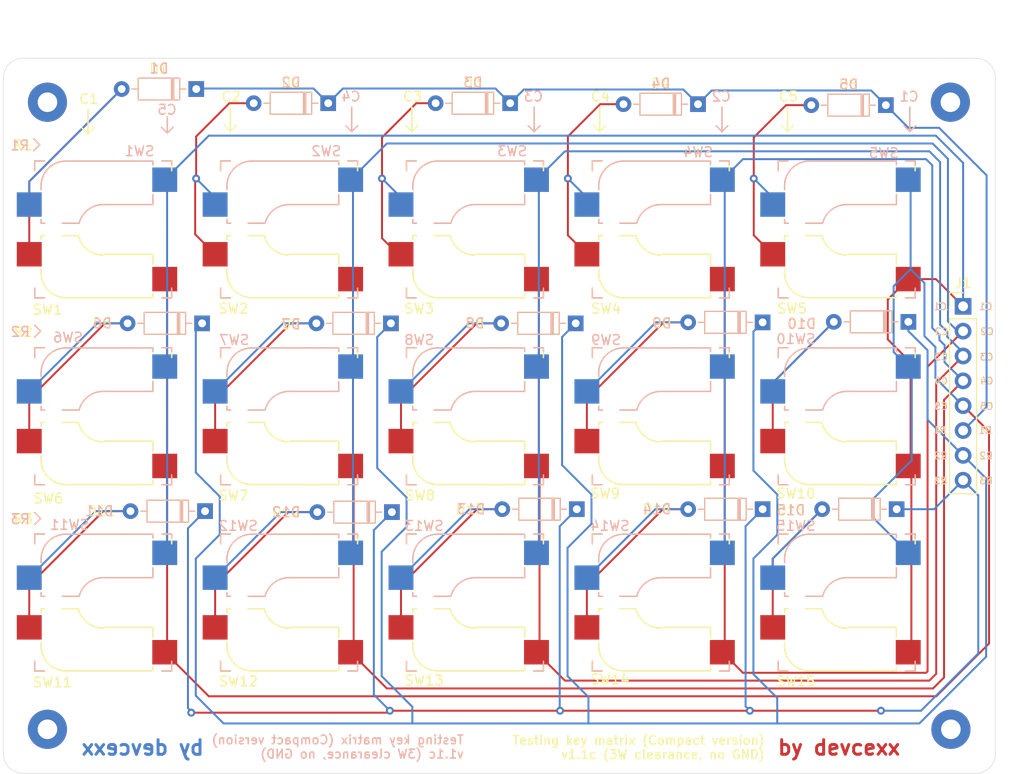
<source format=kicad_pcb>
(kicad_pcb (version 20241229) (generator "pcbnew") (generator_version "9.0")
  (layers (0 "F.Cu" signal) (2 "B.Cu" signal) (13 "F.Paste" user) (15 "B.Paste" user) (5 "F.SilkS" user "F.Silkscreen") (7 "B.SilkS" user "B.Silkscreen") (1 "F.Mask" user) (3 "B.Mask" user) (25 "Edge.Cuts" user))
  (net 0 "")
  (net 1 "Net-(D1-A)")
  (net 2 "row1")
  (net 3 "Net-(D2-A)")
  (net 4 "Net-(D3-A)")
  (net 5 "Net-(D4-A)")
  (net 6 "Net-(D5-A)")
  (net 7 "row2")
  (net 8 "Net-(D6-A)")
  (net 9 "Net-(D7-A)")
  (net 10 "Net-(D8-A)")
  (net 11 "Net-(D9-A)")
  (net 12 "Net-(D10-A)")
  (net 13 "Net-(D11-A)")
  (net 14 "row3")
  (net 15 "Net-(D12-A)")
  (net 16 "Net-(D13-A)")
  (net 17 "Net-(D14-A)")
  (net 18 "Net-(D15-A)")
  (net 19 "col3")
  (net 20 "col5")
  (net 21 "col1")
  (net 22 "col2")
  (net 23 "col4")
  (footprint "TestingSplitKb:D_DO-35_SOD27_P7.62mm_Horizontal_BothSides" (layer "F.Cu") (at 170 37.3 180)
    (property "Reference" "D5")
    (property "Value" "1N4148")
  )
  (footprint "" (layer "F.Cu") (at 84.3 101.1 90)
    (property "Reference" "")
    (property "Value" "")
  )
  (footprint "TestingSplitKb:Kailh_socket_MX_reversible" (layer "F.Cu") (at 90 88.14)
    (property "Reference" "SW11")
    (property "Value" "SW_Push_Dual")
  )
  (footprint "TestingSplitKb:Kailh_socket_MX_reversible" (layer "F.Cu") (at 166 88.14)
    (property "Reference" "SW15")
    (property "Value" "SW_Push_Dual")
  )
  (footprint "TestingSplitKb:Kailh_socket_MX_reversible" (layer "F.Cu") (at 90 50)
    (property "Reference" "SW1")
    (property "Value" "SW_Push_Dual")
  )
  (footprint "TestingSplitKb:Kailh_socket_MX_reversible" (layer "F.Cu") (at 166 50)
    (property "Reference" "SW5")
    (property "Value" "SW_Push_Dual")
  )
  (footprint "TestingSplitKb:Kailh_socket_MX_reversible" (layer "F.Cu") (at 109 50)
    (property "Reference" "SW2")
    (property "Value" "SW_Push_Dual")
  )
  (footprint "TestingSplitKb:D_DO-35_SOD27_P7.62mm_Horizontal_BothSides" (layer "F.Cu") (at 100.11 59.6 180)
    (property "Reference" "D6")
    (property "Value" "1N4148")
  )
  (footprint "TestingSplitKb:D_DO-35_SOD27_P7.62mm_Horizontal_BothSides" (layer "F.Cu") (at 119.41 59.6 180)
    (property "Reference" "D7")
    (property "Value" "1N4148")
  )
  (footprint "TestingSplitKb:D_DO-35_SOD27_P7.62mm_Horizontal_BothSides" (layer "F.Cu") (at 157.41 78.6 180)
    (property "Reference" "D14")
    (property "Value" "1N4148")
  )
  (footprint "TestingSplitKb:Kailh_socket_MX_reversible" (layer "F.Cu") (at 147 69.1)
    (property "Reference" "SW9")
    (property "Value" "SW_Push_Dual")
  )
  (footprint "TestingSplitKb:Kailh_socket_MX_reversible" (layer "F.Cu") (at 147 88.14)
    (property "Reference" "SW14")
    (property "Value" "SW_Push_Dual")
  )
  (footprint "TestingSplitKb:D_DO-35_SOD27_P7.62mm_Horizontal_BothSides" (layer "F.Cu") (at 150.8 37.2 180)
    (property "Reference" "D4")
    (property "Value" "1N4148")
  )
  (footprint "TestingSplitKb:D_DO-35_SOD27_P7.62mm_Horizontal_BothSides" (layer "F.Cu") (at 138.3 59.6 180)
    (property "Reference" "D8")
    (property "Value" "1N4148")
  )
  (footprint "TestingSplitKb:Kailh_socket_MX_reversible" (layer "F.Cu") (at 147 50)
    (property "Reference" "SW4")
    (property "Value" "SW_Push_Dual")
  )
  (footprint "TestingSplitKb:Kailh_socket_MX_reversible" (layer "F.Cu") (at 90 69.1)
    (property "Reference" "SW6")
    (property "Value" "SW_Push_Dual")
  )
  (footprint "TestingSplitKb:D_DO-35_SOD27_P7.62mm_Horizontal_BothSides" (layer "F.Cu") (at 157.41 59.5 180)
    (property "Reference" "D9")
    (property "Value" "1N4148")
  )
  (footprint "TestingSplitKb:Kailh_socket_MX_reversible" (layer "F.Cu") (at 128 69.1)
    (property "Reference" "SW8")
    (property "Value" "SW_Push_Dual")
  )
  (footprint "TestingSplitKb:Kailh_socket_MX_reversible" (layer "F.Cu") (at 109 69.1)
    (property "Reference" "SW7")
    (property "Value" "SW_Push_Dual")
  )
  (footprint "" (layer "F.Cu") (at 176.6 37)
    (property "Reference" "")
    (property "Value" "")
  )
  (footprint "TestingSplitKb:Kailh_socket_MX_reversible" (layer "F.Cu") (at 166 69.1)
    (property "Reference" "SW10")
    (property "Value" "SW_Push_Dual")
  )
  (footprint "" (layer "F.Cu") (at 176.65 101.1 180)
    (property "Reference" "")
    (property "Value" "")
  )
  (footprint "TestingSplitKb:D_DO-35_SOD27_P7.62mm_Horizontal_BothSides" (layer "F.Cu") (at 131.6 37.1 180)
    (property "Reference" "D3")
    (property "Value" "1N4148")
  )
  (footprint "TestingSplitKb:D_DO-35_SOD27_P7.62mm_Horizontal_BothSides" (layer "F.Cu") (at 119.51 78.9 180)
    (property "Reference" "D12")
    (property "Value" "1N4148")
  )
  (footprint "" (layer "F.Cu") (at 84.3 37 90)
    (property "Reference" "")
    (property "Value" "")
  )
  (footprint "Connector_PinHeader_2.54mm:PinHeader_1x08_P2.54mm_Vertical" (layer "F.Cu") (at 177.9 57.86)
    (property "Reference" "J1")
    (property "Value" "Conn_01x08_Pin")
  )
  (footprint "TestingSplitKb:Kailh_socket_MX_reversible" (layer "F.Cu") (at 128 88.14)
    (property "Reference" "SW13")
    (property "Value" "SW_Push_Dual")
  )
  (footprint "TestingSplitKb:D_DO-35_SOD27_P7.62mm_Horizontal_BothSides" (layer "F.Cu") (at 100.41 78.8 180)
    (property "Reference" "D11")
    (property "Value" "1N4148")
  )
  (footprint "TestingSplitKb:D_DO-35_SOD27_P7.62mm_Horizontal_BothSides" (layer "F.Cu") (at 99.51 35.65 180)
    (property "Reference" "D1")
    (property "Value" "1N4148")
  )
  (footprint "TestingSplitKb:D_DO-35_SOD27_P7.62mm_Horizontal_BothSides" (layer "F.Cu") (at 171.11 78.6 180)
    (property "Reference" "D15")
    (property "Value" "1N4148")
  )
  (footprint "TestingSplitKb:Kailh_socket_MX_reversible" (layer "F.Cu") (at 109 88.14)
    (property "Reference" "SW12")
    (property "Value" "SW_Push_Dual")
  )
  (footprint "TestingSplitKb:D_DO-35_SOD27_P7.62mm_Horizontal_BothSides" (layer "F.Cu") (at 138.41 78.6 180)
    (property "Reference" "D13")
    (property "Value" "1N4148")
  )
  (footprint "TestingSplitKb:D_DO-35_SOD27_P7.62mm_Horizontal_BothSides" (layer "F.Cu") (at 113 37.1 180)
    (property "Reference" "D2")
    (property "Value" "1N4148")
  )
  (footprint "TestingSplitKb:D_DO-35_SOD27_P7.62mm_Horizontal_BothSides" (layer "F.Cu") (at 172.3 59.45 180)
    (property "Reference" "D10")
    (property "Value" "1N4148")
  )
  (footprint "TestingSplitKb:Kailh_socket_MX_reversible" (layer "F.Cu") (at 128 50)
    (property "Reference" "SW3")
    (property "Value" "SW_Push_Dual")
  )
  (gr_line (start 140.75 37.5) (end 140.75 40) (stroke (width 0.15)) (layer "F.SilkS"))
  (gr_line (start 88.45 37.75) (end 88.45 40.25) (stroke (width 0.15)) (layer "F.SilkS"))
  (gr_line (start 140.75 40) (end 141.35 39.4) (stroke (width 0.15)) (layer "F.SilkS"))
  (gr_line (start 140.75 40) (end 140.15 39.4) (stroke (width 0.15)) (layer "F.SilkS"))
  (gr_line (start 120.95 39.4) (end 121.55 40) (stroke (width 0.15)) (layer "F.SilkS"))
  (gr_line (start 82.9 41.95) (end 83.5 41.35) (stroke (width 0.15)) (layer "F.SilkS"))
  (gr_line (start 83 80.15) (end 83.6 79.55) (stroke (width 0.15)) (layer "F.SilkS"))
  (gr_line (start 82.9 41.95) (end 83.5 41.35) (stroke (width 0.15)) (layer "F.SilkS"))
  (gr_line (start 83.5 41.35) (end 82.9 41.95) (stroke (width 0.15)) (layer "F.SilkS"))
  (gr_line (start 83 61) (end 83.6 60.4) (stroke (width 0.15)) (layer "F.SilkS"))
  (gr_line (start 121.55 40) (end 122.15 39.4) (stroke (width 0.15)) (layer "F.SilkS"))
  (gr_line (start 88.45 40.25) (end 89.05 39.65) (stroke (width 0.15)) (layer "F.SilkS"))
  (gr_line (start 83.6 79.55) (end 83 80.15) (stroke (width 0.15)) (layer "F.SilkS"))
  (gr_line (start 83.6 79.55) (end 83 78.95) (stroke (width 0.15)) (layer "F.SilkS"))
  (gr_line (start 83.5 41.35) (end 82.9 40.75) (stroke (width 0.15)) (layer "F.SilkS"))
  (gr_line (start 83.5 41.35) (end 82.9 41.95) (stroke (width 0.15)) (layer "F.SilkS"))
  (gr_line (start 83.6 60.4) (end 83 59.8) (stroke (width 0.15)) (layer "F.SilkS"))
  (gr_line (start 83.6 60.4) (end 83 61) (stroke (width 0.15)) (layer "F.SilkS"))
  (gr_line (start 87.85 39.65) (end 88.45 40.25) (stroke (width 0.15)) (layer "F.SilkS"))
  (gr_line (start 83.6 60.4) (end 83 61) (stroke (width 0.15)) (layer "F.SilkS"))
  (gr_line (start 83.5 41.35) (end 82.9 41.95) (stroke (width 0.15)) (layer "F.SilkS"))
  (gr_line (start 159.35 39.4) (end 159.95 40) (stroke (width 0.15)) (layer "F.SilkS"))
  (gr_line (start 103 40) (end 103.6 39.4) (stroke (width 0.15)) (layer "F.SilkS"))
  (gr_line (start 83.6 79.55) (end 83 80.15) (stroke (width 0.15)) (layer "F.SilkS"))
  (gr_line (start 159.95 40) (end 160.55 39.4) (stroke (width 0.15)) (layer "F.SilkS"))
  (gr_line (start 102.4 39.4) (end 103 40) (stroke (width 0.15)) (layer "F.SilkS"))
  (gr_line (start 159.95 37.5) (end 159.95 40) (stroke (width 0.15)) (layer "F.SilkS"))
  (gr_line (start 103 37.5) (end 103 40) (stroke (width 0.15)) (layer "F.SilkS"))
  (gr_line (start 121.55 37.5) (end 121.55 40) (stroke (width 0.15)) (layer "F.SilkS"))
  (gr_line (start 172.45 37.5) (end 172.45 40) (stroke (width 0.15)) (layer "B.SilkS"))
  (gr_line (start 115.4 40) (end 116 39.4) (stroke (width 0.15)) (layer "B.SilkS"))
  (gr_line (start 152.65 39.4) (end 153.25 40) (stroke (width 0.15)) (layer "B.SilkS"))
  (gr_line (start 114.8 39.4) (end 115.4 40) (stroke (width 0.15)) (layer "B.SilkS"))
  (gr_line (start 83.6 60.4) (end 83 61) (stroke (width 0.15)) (layer "B.SilkS"))
  (gr_line (start 115.4 37.5) (end 115.4 40) (stroke (width 0.15)) (layer "B.SilkS"))
  (gr_line (start 83.6 60.4) (end 83 59.8) (stroke (width 0.15)) (layer "B.SilkS"))
  (gr_line (start 83.6 79.55) (end 83 78.95) (stroke (width 0.15)) (layer "B.SilkS"))
  (gr_line (start 153.25 37.5) (end 153.25 40) (stroke (width 0.15)) (layer "B.SilkS"))
  (gr_line (start 134.05 37.5) (end 134.05 40) (stroke (width 0.15)) (layer "B.SilkS"))
  (gr_line (start 96.55 40.15) (end 97.15 39.55) (stroke (width 0.15)) (layer "B.SilkS"))
  (gr_line (start 83.5 41.35) (end 82.9 40.75) (stroke (width 0.15)) (layer "B.SilkS"))
  (gr_line (start 96.55 38.5) (end 96.55 40.1) (stroke (width 0.15)) (layer "B.SilkS"))
  (gr_line (start 95.95 39.55) (end 96.55 40.15) (stroke (width 0.15)) (layer "B.SilkS"))
  (gr_line (start 172.45 40) (end 173.05 39.4) (stroke (width 0.15)) (layer "B.SilkS"))
  (gr_line (start 83.6 79.55) (end 83 80.15) (stroke (width 0.15)) (layer "B.SilkS"))
  (gr_line (start 83.5 41.35) (end 82.9 41.95) (stroke (width 0.15)) (layer "B.SilkS"))
  (gr_line (start 133.45 39.4) (end 134.05 40) (stroke (width 0.15)) (layer "B.SilkS"))
  (gr_line (start 171.85 39.4) (end 172.45 40) (stroke (width 0.15)) (layer "B.SilkS"))
  (gr_line (start 153.25 40) (end 153.85 39.4) (stroke (width 0.15)) (layer "B.SilkS"))
  (gr_line (start 134.05 40) (end 134.65 39.4) (stroke (width 0.15)) (layer "B.SilkS"))
  (gr_line (start 79.8 34.5) (end 79.800001 103.6) (stroke (width 0.05)) (layer "Edge.Cuts"))
  (gr_arc (start 79.8 34.5) (mid 80.385786 33.085786) (end 81.8 32.5) (stroke (width 0.05)) (layer "Edge.Cuts"))
  (gr_line (start 175.5 32.5) (end 179.2 32.5) (stroke (width 0.05)) (layer "Edge.Cuts"))
  (gr_arc (start 81.8 105.6) (mid 80.385787 105.014214) (end 79.800001 103.600001) (stroke (width 0.05)) (layer "Edge.Cuts"))
  (gr_line (start 81.8 32.5) (end 175.5 32.5) (stroke (width 0.05)) (layer "Edge.Cuts"))
  (gr_line (start 181.2 34.5) (end 181.2 103.6) (stroke (width 0.05)) (layer "Edge.Cuts"))
  (gr_arc (start 181.2 103.6) (mid 180.614214 105.014214) (end 179.2 105.6) (stroke (width 0.05)) (layer "Edge.Cuts"))
  (gr_line (start 81.8 105.6) (end 179.2 105.6) (stroke (width 0.05)) (layer "Edge.Cuts"))
  (gr_arc (start 179.2 32.5) (mid 180.614214 33.085786) (end 181.200001 34.499999) (stroke (width 0.05)) (layer "Edge.Cuts"))
  (gr_text "by devcexx" (at 158.8 103.85 0) (layer "F.Cu") (effects (font (size 1.5 1.5) (thickness 0.3) (bold yes)) (justify left bottom)))
  (gr_text "by devcexx" (at 100.45 102.1 0) (layer "B.Cu") (effects (font (size 1.5 1.5) (thickness 0.3) (bold yes)) (justify left top mirror)))
  (gr_text "C2" (at 179.6 60.85 0) (layer "F.SilkS") (effects (font (size 0.7 0.7) (thickness 0.1)) (justify left bottom)))
  (gr_text "C1" (at 87.45 37.25 0) (layer "F.SilkS") (effects (font (size 1 1)) (justify left bottom)))
  (gr_text "R2" (at 80.75 61.05 0) (layer "F.SilkS") (effects (font (size 1 1)) (justify left bottom)))
  (gr_text "R3" (at 80.75 80.2 0) (layer "F.SilkS") (effects (font (size 1 1)) (justify left bottom)))
  (gr_text "Testing key matrix (Compact version)\nv1.1c (3W clearance, no GND)" (at 157.7 104.2 0) (layer "F.SilkS") (effects (font (size 0.9 0.9)) (justify right bottom)))
  (gr_text "C2" (at 174.95 60.85 0) (layer "F.SilkS") (effects (font (size 0.7 0.7) (thickness 0.1)) (justify left bottom)))
  (gr_text "C5" (at 179.55 68.5 0) (layer "F.SilkS") (effects (font (size 0.7 0.7) (thickness 0.1)) (justify left bottom)))
  (gr_text "R1" (at 80.7 42 0) (layer "F.SilkS") (effects (font (size 1 1)) (justify left bottom)))
  (gr_text "R2" (at 174.85 73.55 0) (layer "F.SilkS") (effects (font (size 0.7 0.7) (thickness 0.1)) (justify left bottom)))
  (gr_text "R3" (at 174.85 76.1 0) (layer "F.SilkS") (effects (font (size 0.7 0.7) (thickness 0.1)) (justify left bottom)))
  (gr_text "C3" (at 120.55 37 0) (layer "F.SilkS") (effects (font (size 1 1)) (justify left bottom)))
  (gr_text "R1" (at 179.6 70.95 0) (layer "F.SilkS") (effects (font (size 0.7 0.7) (thickness 0.1)) (justify left bottom)))
  (gr_text "C1" (at 175 58.3 0) (layer "F.SilkS") (effects (font (size 0.7 0.7) (thickness 0.1)) (justify left bottom)))
  (gr_text "C5" (at 158.95 37 0) (layer "F.SilkS") (effects (font (size 1 1)) (justify left bottom)))
  (gr_text "C3" (at 179.55 63.45 0) (layer "F.SilkS") (effects (font (size 0.7 0.7) (thickness 0.1)) (justify left bottom)))
  (gr_text "C1" (at 179.65 58.3 0) (layer "F.SilkS") (effects (font (size 0.7 0.7) (thickness 0.1)) (justify left bottom)))
  (gr_text "C3" (at 174.9 63.45 0) (layer "F.SilkS") (effects (font (size 0.7 0.7) (thickness 0.1)) (justify left bottom)))
  (gr_text "C4" (at 174.9 65.9 0) (layer "F.SilkS") (effects (font (size 0.7 0.7) (thickness 0.1)) (justify left bottom)))
  (gr_text "R3" (at 179.5 76.1 0) (layer "F.SilkS") (effects (font (size 0.7 0.7) (thickness 0.1)) (justify left bottom)))
  (gr_text "R2" (at 179.5 73.55 0) (layer "F.SilkS") (effects (font (size 0.7 0.7) (thickness 0.1)) (justify left bottom)))
  (gr_text "R1" (at 174.95 70.95 0) (layer "F.SilkS") (effects (font (size 0.7 0.7) (thickness 0.1)) (justify left bottom)))
  (gr_text "C5" (at 174.9 68.5 0) (layer "F.SilkS") (effects (font (size 0.7 0.7) (thickness 0.1)) (justify left bottom)))
  (gr_text "C4" (at 179.55 65.9 0) (layer "F.SilkS") (effects (font (size 0.7 0.7) (thickness 0.1)) (justify left bottom)))
  (gr_text "C4" (at 139.75 37 0) (layer "F.SilkS") (effects (font (size 1 1)) (justify left bottom)))
  (gr_text "C2" (at 102 37 0) (layer "F.SilkS") (effects (font (size 1 1)) (justify left bottom)))
  (gr_text "R1" (at 82.55 42 0) (layer "B.SilkS") (effects (font (size 1 1)) (justify left bottom mirror)))
  (gr_text "C1" (at 173.45 37 0) (layer "B.SilkS") (effects (font (size 1 1)) (justify left bottom mirror)))
  (gr_text "R3" (at 181 76.1 0) (layer "B.SilkS") (effects (font (size 0.7 0.7) (thickness 0.1)) (justify left bottom mirror)))
  (gr_text "C4" (at 181.05 65.9 0) (layer "B.SilkS") (effects (font (size 0.7 0.7) (thickness 0.1)) (justify left bottom mirror)))
  (gr_text "R2" (at 82.6 61.05 0) (layer "B.SilkS") (effects (font (size 1 1)) (justify left bottom mirror)))
  (gr_text "C5" (at 176.4 68.5 0) (layer "B.SilkS") (effects (font (size 0.7 0.7) (thickness 0.1)) (justify left bottom mirror)))
  (gr_text "R3" (at 176.35 76.1 0) (layer "B.SilkS") (effects (font (size 0.7 0.7) (thickness 0.1)) (justify left bottom mirror)))
  (gr_text "C3" (at 181.05 63.45 0) (layer "B.SilkS") (effects (font (size 0.7 0.7) (thickness 0.1)) (justify left bottom mirror)))
  (gr_text "R1" (at 180.9 70.95 0) (layer "B.SilkS") (effects (font (size 0.7 0.7) (thickness 0.1)) (justify left bottom mirror)))
  (gr_text "C1" (at 180.95 58.3 0) (layer "B.SilkS") (effects (font (size 0.7 0.7) (thickness 0.1)) (justify left bottom mirror)))
  (gr_text "C4" (at 176.4 65.9 0) (layer "B.SilkS") (effects (font (size 0.7 0.7) (thickness 0.1)) (justify left bottom mirror)))
  (gr_text "C5" (at 181.05 68.5 0) (layer "B.SilkS") (effects (font (size 0.7 0.7) (thickness 0.1)) (justify left bottom mirror)))
  (gr_text "C4" (at 116.4 37 0) (layer "B.SilkS") (effects (font (size 1 1)) (justify left bottom mirror)))
  (gr_text "Testing key matrix (Compact version)\nv1.1c (3W clearance, no GND)" (at 126.95 104.15 0) (layer "B.SilkS") (effects (font (size 0.9 0.9)) (justify left bottom mirror)))
  (gr_text "R1" (at 176.25 70.95 0) (layer "B.SilkS") (effects (font (size 0.7 0.7) (thickness 0.1)) (justify left bottom mirror)))
  (gr_text "R2" (at 176.35 73.55 0) (layer "B.SilkS") (effects (font (size 0.7 0.7) (thickness 0.1)) (justify left bottom mirror)))
  (gr_text "C3" (at 135.05 37 0) (layer "B.SilkS") (effects (font (size 1 1)) (justify left bottom mirror)))
  (gr_text "C3" (at 176.4 63.45 0) (layer "B.SilkS") (effects (font (size 0.7 0.7) (thickness 0.1)) (justify left bottom mirror)))
  (gr_text "C2" (at 154.25 37 0) (layer "B.SilkS") (effects (font (size 1 1)) (justify left bottom mirror)))
  (gr_text "R2" (at 181 73.55 0) (layer "B.SilkS") (effects (font (size 0.7 0.7) (thickness 0.1)) (justify left bottom mirror)))
  (gr_text "C1" (at 176.3 58.3 0) (layer "B.SilkS") (effects (font (size 0.7 0.7) (thickness 0.1)) (justify left bottom mirror)))
  (gr_text "C2" (at 181.1 60.85 0) (layer "B.SilkS") (effects (font (size 0.7 0.7) (thickness 0.1)) (justify left bottom mirror)))
  (gr_text "C2" (at 176.45 60.85 0) (layer "B.SilkS") (effects (font (size 0.7 0.7) (thickness 0.1)) (justify left bottom mirror)))
  (gr_text "C5" (at 97.6 38.35 0) (layer "B.SilkS") (effects (font (size 1 1)) (justify left bottom mirror)))
  (gr_text "R3" (at 82.6 80.2 0) (layer "B.SilkS") (effects (font (size 1 1)) (justify left bottom mirror)))
  (segment (start 82.44 45.1) (end 91.89 35.65) (width 0.2) (layer "F.Cu") (net 1))
  (segment (start 82.44 52.54) (end 82.44 45.1) (width 0.2) (layer "F.Cu") (net 1))
  (segment (start 82.44 45.1) (end 91.89 35.65) (width 0.2) (layer "B.Cu") (net 1))
  (segment (start 82.44 47.46) (end 82.44 45.1) (width 0.2) (layer "B.Cu") (net 1))
  (segment (start 149.299 35.699) (end 150.8 37.2) (width 0.2) (layer "B.Cu") (net 2))
  (segment (start 168.499 35.799) (end 170 37.3) (width 0.2) (layer "B.Cu") (net 2))
  (segment (start 133.001 35.699) (end 149.299 35.699) (width 0.2) (layer "B.Cu") (net 2))
  (segment (start 180.3 44.471857) (end 180.3 68.16) (width 0.2) (layer "B.Cu") (net 2))
  (segment (start 152.201 35.799) (end 168.499 35.799) (width 0.2) (layer "B.Cu") (net 2))
  (segment (start 130.099 35.599) (end 131.6 37.1) (width 0.2) (layer "B.Cu") (net 2))
  (segment (start 113 37.1) (end 114.501 35.599) (width 0.2) (layer "B.Cu") (net 2))
  (segment (start 111.499 35.599) (end 99.561 35.599) (width 0.2) (layer "B.Cu") (net 2))
  (segment (start 99.561 35.599) (end 99.51 35.65) (width 0.2) (layer "B.Cu") (net 2))
  (segment (start 180.3 68.16) (end 177.9 70.56) (width 0.2) (layer "B.Cu") (net 2))
  (segment (start 131.6 37.1) (end 133.001 35.699) (width 0.2) (layer "B.Cu") (net 2))
  (segment (start 175.443143 39.615) (end 180.3 44.471857) (width 0.2) (layer "B.Cu") (net 2))
  (segment (start 114.501 35.599) (end 130.099 35.599) (width 0.2) (layer "B.Cu") (net 2))
  (segment (start 170 37.3) (end 172.315 39.615) (width 0.2) (layer "B.Cu") (net 2))
  (segment (start 113 37.1) (end 111.499 35.599) (width 0.2) (layer "B.Cu") (net 2))
  (segment (start 172.315 39.615) (end 175.443143 39.615) (width 0.2) (layer "B.Cu") (net 2))
  (segment (start 150.8 37.2) (end 152.201 35.799) (width 0.2) (layer "B.Cu") (net 2))
  (segment (start 99.4 50.5) (end 99.4 44.9) (width 0.2) (layer "F.Cu") (net 3))
  (segment (start 99.4 44.9) (end 99.5 44.8) (width 0.2) (layer "F.Cu") (net 3))
  (segment (start 102.9 37.1) (end 105.38 37.1) (width 0.2) (layer "F.Cu") (net 3))
  (segment (start 99.5 44.8) (end 99.5 40.5) (width 0.2) (layer "F.Cu") (net 3))
  (segment (start 99.5 40.5) (end 102.9 37.1) (width 0.2) (layer "F.Cu") (net 3))
  (segment (start 101.44 52.54) (end 99.4 50.5) (width 0.2) (layer "F.Cu") (net 3))
  (via (at 99.5 44.8) (size 0.8) (drill 0.4) (layers "F.Cu" "B.Cu") (net 3))
  (segment (start 101.44 47.46) (end 101.44 46.74) (width 0.2) (layer "B.Cu") (net 3))
  (segment (start 101.44 46.74) (end 99.5 44.8) (width 0.2) (layer "B.Cu") (net 3))
  (segment (start 122 37.1) (end 123.98 37.1) (width 0.2) (layer "F.Cu") (net 4))
  (segment (start 120.14 52.54) (end 118.5 50.9) (width 0.2) (layer "F.Cu") (net 4))
  (segment (start 120.44 52.54) (end 120.14 52.54) (width 0.2) (layer "F.Cu") (net 4))
  (segment (start 118.5 50.9) (end 118.5 44.8) (width 0.2) (layer "F.Cu") (net 4))
  (segment (start 118.5 40.6) (end 122 37.1) (width 0.2) (layer "F.Cu") (net 4))
  (segment (start 118.5 44.8) (end 118.5 40.6) (width 0.2) (layer "F.Cu") (net 4))
  (via (at 118.5 44.8) (size 0.8) (drill 0.4) (layers "F.Cu" "B.Cu") (net 4))
  (segment (start 120.44 47.46) (end 120.44 46.74) (width 0.2) (layer "B.Cu") (net 4))
  (segment (start 120.44 46.74) (end 118.5 44.8) (width 0.2) (layer "B.Cu") (net 4))
  (segment (start 137.5 40.5) (end 140.8 37.2) (width 0.2) (layer "F.Cu") (net 5))
  (segment (start 137.5 50.6) (end 137.5 44.8) (width 0.2) (layer "F.Cu") (net 5))
  (segment (start 137.5 44.8) (end 137.5 40.5) (width 0.2) (layer "F.Cu") (net 5))
  (segment (start 139.44 52.54) (end 137.5 50.6) (width 0.2) (layer "F.Cu") (net 5))
  (segment (start 140.8 37.2) (end 143.18 37.2) (width 0.2) (layer "F.Cu") (net 5))
  (via (at 137.5 44.8) (size 0.8) (drill 0.4) (layers "F.Cu" "B.Cu") (net 5))
  (segment (start 139.44 47.46) (end 139.44 46.74) (width 0.2) (layer "B.Cu") (net 5))
  (segment (start 139.44 46.74) (end 137.5 44.8) (width 0.2) (layer "B.Cu") (net 5))
  (segment (start 158.44 52.54) (end 156.5 50.6) (width 0.2) (layer "F.Cu") (net 6))
  (segment (start 159.8 37.3) (end 162.38 37.3) (width 0.2) (layer "F.Cu") (net 6))
  (segment (start 156.5 40.6) (end 159.8 37.3) (width 0.2) (layer "F.Cu") (net 6))
  (segment (start 156.5 44.8) (end 156.5 40.6) (width 0.2) (layer "F.Cu") (net 6))
  (segment (start 156.5 50.6) (end 156.5 44.8) (width 0.2) (layer "F.Cu") (net 6))
  (via (at 156.5 44.8) (size 0.8) (drill 0.4) (layers "F.Cu" "B.Cu") (net 6))
  (segment (start 158.44 47.46) (end 158.44 46.74) (width 0.2) (layer "B.Cu") (net 6))
  (segment (start 158.44 46.74) (end 156.5 44.8) (width 0.2) (layer "B.Cu") (net 6))
  (segment (start 99.464 83.649) (end 99.464 97.664) (width 0.2) (layer "B.Cu") (net 7))
  (segment (start 158.9 97.9) (end 158.9 100.501) (width 0.2) (layer "B.Cu") (net 7))
  (segment (start 99.464 60.246) (end 99.464 74.852) (width 0.2) (layer "B.Cu") (net 7))
  (segment (start 119.41 59.6) (end 118.009 61.001) (width 0.2) (layer "B.Cu") (net 7))
  (segment (start 139.911 77.099) (end 139.911 80.101) (width 0.2) (layer "B.Cu") (net 7))
  (segment (start 121.011 77.399) (end 121.011 80.401) (width 0.2) (layer "B.Cu") (net 7))
  (segment (start 118.009 74.397) (end 121.011 77.399) (width 0.2) (layer "B.Cu") (net 7))
  (segment (start 156.464 60.446) (end 156.464 74.652) (width 0.2) (layer "B.Cu") (net 7))
  (segment (start 118.464 83) (end 118.464 95.664) (width 0.2) (layer "B.Cu") (net 7))
  (segment (start 100.11 59.6) (end 99.864 59.846) (width 0.2) (layer "B.Cu") (net 7))
  (segment (start 136.909 60.991) (end 136.909 74.097) (width 0.2) (layer "B.Cu") (net 7))
  (segment (start 118.009 61.001) (end 118.009 74.397) (width 0.2) (layer "B.Cu") (net 7))
  (segment (start 99.464 74.852) (end 101.911 77.299) (width 0.2) (layer "B.Cu") (net 7))
  (segment (start 156.464 83.649) (end 156.464 95.464) (width 0.2) (layer "B.Cu") (net 7))
  (segment (start 139.6 97.8) (end 139.6 100.501) (width 0.2) (layer "B.Cu") (net 7))
  (segment (start 100.11 59.6) (end 99.464 60.246) (width 0.2) (layer "B.Cu") (net 7))
  (segment (start 101.911 77.299) (end 101.911 81.202) (width 0.2) (layer "B.Cu") (net 7))
  (segment (start 139.911 80.101) (end 137.464 82.548) (width 0.2) (layer "B.Cu") (net 7))
  (segment (start 174.266 62.357803) (end 172.3 60.391802) (width 0.2) (layer "B.Cu") (net 7))
  (segment (start 121.011 80.401) (end 118.464 82.948) (width 0.2) (layer "B.Cu") (net 7))
  (segment (start 118.464 82.948) (end 118.464 83) (width 0.2) (layer "B.Cu") (net 7))
  (segment (start 118.464 95.664) (end 121.6 98.8) (width 0.2) (layer "B.Cu") (net 7))
  (segment (start 178.882209 95.048) (end 173.429209 100.501) (width 0.2) (layer "B.Cu") (net 7))
  (segment (start 156.464 95.464) (end 158.9 97.9) (width 0.2) (layer "B.Cu") (net 7))
  (segment (start 121.6 100.501) (end 139.6 100.501) (width 0.2) (layer "B.Cu") (net 7))
  (segment (start 174.266 69.466) (end 177.9 73.1) (width 0.2) (layer "B.Cu") (net 7))
  (segment (start 180.252 93.681785) (end 178.885785 95.048) (width 0.2) (layer "B.Cu") (net 7))
  (segment (start 99.464 97.664) (end 102.301 100.501) (width 0.2) (layer "B.Cu") (net 7))
  (segment (start 139.6 100.501) (end 158.9 100.501) (width 0.2) (layer "B.Cu") (net 7))
  (segment (start 158.911 77.099) (end 158.911 81.202) (width 0.2) (layer "B.Cu") (net 7))
  (segment (start 178.885785 95.048) (end 178.882209 95.048) (width 0.2) (layer "B.Cu") (net 7))
  (segment (start 137.464 95.664) (end 139.6 97.8) (width 0.2) (layer "B.Cu") (net 7))
  (segment (start 172.3 60.391802) (end 172.3 59.45) (width 0.2) (layer "B.Cu") (net 7))
  (segment (start 177.9 73.1) (end 180.252 75.452) (width 0.2) (layer "B.Cu") (net 7))
  (segment (start 158.911 81.202) (end 156.464 83.649) (width 0.2) (layer "B.Cu") (net 7))
  (segment (start 156.464 74.652) (end 158.911 77.099) (width 0.2) (layer "B.Cu") (net 7))
  (segment (start 138.3 59.6) (end 136.909 60.991) (width 0.2) (layer "B.Cu") (net 7))
  (segment (start 121.6 98.8) (end 121.6 100.501) (width 0.2) (layer "B.Cu") (net 7))
  (segment (start 101.911 81.202) (end 99.464 83.649) (width 0.2) (layer "B.Cu") (net 7))
  (segment (start 136.909 74.097) (end 139.911 77.099) (width 0.2) (layer "B.Cu") (net 7))
  (segment (start 102.301 100.501) (end 121.6 100.501) (width 0.2) (layer "B.Cu") (net 7))
  (segment (start 137.464 82.548) (end 137.464 95.664) (width 0.2) (layer "B.Cu") (net 7))
  (segment (start 173.429209 100.501) (end 158.9 100.501) (width 0.2) (layer "B.Cu") (net 7))
  (segment (start 180.252 75.452) (end 180.252 93.681785) (width 0.2) (layer "B.Cu") (net 7))
  (segment (start 157.41 59.5) (end 156.464 60.446) (width 0.2) (layer "B.Cu") (net 7))
  (segment (start 174.266 62.357803) (end 174.266 69.466) (width 0.2) (layer "B.Cu") (net 7))
  (segment (start 119.41 59.6) (end 118.864 60.146) (width 0.2) (layer "B.Cu") (net 7))
  (segment (start 82.44 67.338737) (end 90.178737 59.6) (width 0.2) (layer "F.Cu") (net 8))
  (segment (start 90.178737 59.6) (end 92.49 59.6) (width 0.2) (layer "F.Cu") (net 8))
  (segment (start 82.44 71.64) (end 82.44 67.338737) (width 0.2) (layer "F.Cu") (net 8))
  (segment (start 82.44 66.56) (end 89.4 59.6) (width 0.2) (layer "B.Cu") (net 8))
  (segment (start 89.4 59.6) (end 92.49 59.6) (width 0.2) (layer "B.Cu") (net 8))
  (segment (start 109.178737 59.6) (end 111.79 59.6) (width 0.2) (layer "F.Cu") (net 9))
  (segment (start 101.44 71.64) (end 101.44 67.338737) (width 0.2) (layer "F.Cu") (net 9))
  (segment (start 101.44 67.338737) (end 109.178737 59.6) (width 0.2) (layer "F.Cu") (net 9))
  (segment (start 108.4 59.6) (end 111.79 59.6) (width 0.2) (layer "B.Cu") (net 9))
  (segment (start 101.44 66.56) (end 108.4 59.6) (width 0.2) (layer "B.Cu") (net 9))
  (segment (start 120.44 71.64) (end 120.44 67.338737) (width 0.2) (layer "F.Cu") (net 10))
  (segment (start 128.178737 59.6) (end 130.68 59.6) (width 0.2) (layer "F.Cu") (net 10))
  (segment (start 120.44 67.338737) (end 128.178737 59.6) (width 0.2) (layer "F.Cu") (net 10))
  (segment (start 127.4 59.6) (end 130.68 59.6) (width 0.2) (layer "B.Cu") (net 10))
  (segment (start 120.44 66.56) (end 127.4 59.6) (width 0.2) (layer "B.Cu") (net 10))
  (segment (start 147.278737 59.5) (end 149.79 59.5) (width 0.2) (layer "F.Cu") (net 11))
  (segment (start 139.44 71.64) (end 139.44 67.338737) (width 0.2) (layer "F.Cu") (net 11))
  (segment (start 139.44 67.338737) (end 147.278737 59.5) (width 0.2) (layer "F.Cu") (net 11))
  (segment (start 139.44 66.56) (end 146.5 59.5) (width 0.2) (layer "B.Cu") (net 11))
  (segment (start 146.5 59.5) (end 149.79 59.5) (width 0.2) (layer "B.Cu") (net 11))
  (segment (start 158.44 71.64) (end 158.44 65.69) (width 0.2) (layer "F.Cu") (net 12))
  (segment (start 158.44 65.69) (end 164.68 59.45) (width 0.2) (layer "F.Cu") (net 12))
  (segment (start 158.44 65.69) (end 164.68 59.45) (width 0.2) (layer "B.Cu") (net 12))
  (segment (start 158.44 66.56) (end 158.44 65.69) (width 0.2) (layer "B.Cu") (net 12))
  (segment (start 90.018737 78.8) (end 92.79 78.8) (width 0.2) (layer "F.Cu") (net 13))
  (segment (start 82.44 86.378737) (end 90.018737 78.8) (width 0.2) (layer "F.Cu") (net 13))
  (segment (start 82.44 90.68) (end 82.44 86.378737) (width 0.2) (layer "F.Cu") (net 13))
  (segment (start 82.44 85.6) (end 89.24 78.8) (width 0.2) (layer "B.Cu") (net 13))
  (segment (start 89.24 78.8) (end 92.79 78.8) (width 0.2) (layer "B.Cu") (net 13))
  (segment (start 156.1 99.2) (end 169.5 99.2) (width 0.2) (layer "F.Cu") (net 14))
  (segment (start 119.3 99.2) (end 136.7 99.2) (width 0.2) (layer "F.Cu") (net 14))
  (segment (start 119.1 99.4) (end 119.3 99.2) (width 0.2) (layer "F.Cu") (net 14))
  (segment (start 136.7 99.2) (end 156.1 99.2) (width 0.2) (layer "F.Cu") (net 14))
  (segment (start 99 99.4) (end 119.1 99.4) (width 0.2) (layer "F.Cu") (net 14))
  (via (at 99 99.4) (size 0.8) (drill 0.4) (layers "F.Cu" "B.Cu") (net 14))
  (via (at 156.1 99.2) (size 0.8) (drill 0.4) (layers "F.Cu" "B.Cu") (net 14))
  (via (at 119.3 99.2) (size 0.8) (drill 0.4) (layers "F.Cu" "B.Cu") (net 14))
  (via (at 169.5 99.2) (size 0.8) (drill 0.4) (layers "F.Cu" "B.Cu") (net 14))
  (via (at 136.7 99.2) (size 0.8) (drill 0.4) (layers "F.Cu" "B.Cu") (net 14))
  (segment (start 99 99.274) (end 99 99.4) (width 0.2) (layer "B.Cu") (net 14))
  (segment (start 117.663 80.747) (end 117.663 97.563) (width 0.2) (layer "B.Cu") (net 14))
  (segment (start 119.51 78.9) (end 117.663 80.747) (width 0.2) (layer "B.Cu") (net 14))
  (segment (start 98.663 80.547) (end 100.41 78.8) (width 0.2) (layer "B.Cu") (net 14))
  (segment (start 136.663 99.163) (end 136.7 99.2) (width 0.2) (layer "B.Cu") (net 14))
  (segment (start 138.41 78.6) (end 136.663 80.347) (width 0.2) (layer "B.Cu") (net 14))
  (segment (start 179.447424 93.35) (end 173.597423 99.2) (width 0.2) (layer "B.Cu") (net 14))
  (segment (start 117.663 97.563) (end 119.3 99.2) (width 0.2) (layer "B.Cu") (net 14))
  (segment (start 171.11 78.6) (end 174.94 78.6) (width 0.2) (layer "B.Cu") (net 14))
  (segment (start 173.597423 99.2) (end 169.5 99.2) (width 0.2) (layer "B.Cu") (net 14))
  (segment (start 136.663 80.347) (end 136.663 99.163) (width 0.2) (layer "B.Cu") (net 14))
  (segment (start 155.663 98.763) (end 156.1 99.2) (width 0.2) (layer "B.Cu") (net 14))
  (segment (start 98.663 98.937) (end 98.663 80.547) (width 0.2) (layer "B.Cu") (net 14))
  (segment (start 179.451 93.35) (end 179.447424 93.35) (width 0.2) (layer "B.Cu") (net 14))
  (segment (start 100.41 78.8) (end 100.4 78.8) (width 0.2) (layer "B.Cu") (net 14))
  (segment (start 179.451 77.191) (end 179.451 93.35) (width 0.2) (layer "B.Cu") (net 14))
  (segment (start 98.663 98.937) (end 99 99.274) (width 0.2) (layer "B.Cu") (net 14))
  (segment (start 155.663 80.347) (end 155.663 98.763) (width 0.2) (layer "B.Cu") (net 14))
  (segment (start 157.41 78.6) (end 155.663 80.347) (width 0.2) (layer "B.Cu") (net 14))
  (segment (start 174.94 78.6) (end 177.9 75.64) (width 0.2) (layer "B.Cu") (net 14))
  (segment (start 177.9 75.64) (end 179.451 77.191) (width 0.2) (layer "B.Cu") (net 14))
  (segment (start 108.918737 78.9) (end 111.89 78.9) (width 0.2) (layer "F.Cu") (net 15))
  (segment (start 101.44 90.68) (end 101.44 86.378737) (width 0.2) (layer "F.Cu") (net 15))
  (segment (start 101.44 86.378737) (end 108.918737 78.9) (width 0.2) (layer "F.Cu") (net 15))
  (segment (start 108.14 78.9) (end 111.89 78.9) (width 0.2) (layer "B.Cu") (net 15))
  (segment (start 101.44 85.6) (end 108.14 78.9) (width 0.2) (layer "B.Cu") (net 15))
  (segment (start 128.218737 78.6) (end 130.59 78.6) (width 0.2) (layer "F.Cu") (net 16))
  (segment (start 120.44 90.68) (end 120.44 86.378737) (width 0.2) (layer "F.Cu") (net 16))
  (segment (start 120.44 86.378737) (end 128.218737 78.6) (width 0.2) (layer "F.Cu") (net 16))
  (segment (start 120.44 85.6) (end 127.44 78.6) (width 0.2) (layer "B.Cu") (net 16))
  (segment (start 127.44 78.6) (end 130.59 78.6) (width 0.2) (layer "B.Cu") (net 16))
  (segment (start 139.44 86.378737) (end 147.218737 78.6) (width 0.2) (layer "F.Cu") (net 17))
  (segment (start 139.44 90.68) (end 139.44 86.378737) (width 0.2) (layer "F.Cu") (net 17))
  (segment (start 147.218737 78.6) (end 149.79 78.6) (width 0.2) (layer "F.Cu") (net 17))
  (segment (start 146.44 78.6) (end 149.79 78.6) (width 0.2) (layer "B.Cu") (net 17))
  (segment (start 139.44 85.6) (end 146.44 78.6) (width 0.2) (layer "B.Cu") (net 17))
  (segment (start 158.44 90.68) (end 158.44 83.65) (width 0.2) (layer "F.Cu") (net 18))
  (segment (start 158.44 83.65) (end 163.49 78.6) (width 0.2) (layer "F.Cu") (net 18))
  (segment (start 158.44 83.65) (end 163.49 78.6) (width 0.2) (layer "B.Cu") (net 18))
  (segment (start 158.44 85.6) (end 158.44 83.65) (width 0.2) (layer "B.Cu") (net 18))
  (segment (start 137.192 96.122) (end 134.29 93.22) (width 0.2) (layer "F.Cu") (net 19))
  (segment (start 134.5319 55.3219) (end 134.5319 73.9381) (width 0.2) (layer "F.Cu") (net 19))
  (segment (start 175.15 95.419785) (end 174.447785 96.122) (width 0.2) (layer "F.Cu") (net 19))
  (segment (start 134.5319 73.9381) (end 134.29 74.18) (width 0.2) (layer "F.Cu") (net 19))
  (segment (start 177.9 62.94) (end 175.15 65.69) (width 0.2) (layer "F.Cu") (net 19))
  (segment (start 175.15 65.69) (end 175.15 95.419785) (width 0.2) (layer "F.Cu") (net 19))
  (segment (start 174.447785 96.122) (end 137.192 96.122) (width 0.2) (layer "F.Cu") (net 19))
  (segment (start 134.6 74.49) (end 134.6 92.91) (width 0.2) (layer "F.Cu") (net 19))
  (segment (start 134.29 74.18) (end 134.6 74.49) (width 0.2) (layer "F.Cu") (net 19))
  (segment (start 175.548 43.118214) (end 174.447785 42.018) (width 0.2) (layer "B.Cu") (net 19))
  (segment (start 175.548 59.742786) (end 175.548 43.118214) (width 0.2) (layer "B.Cu") (net 19))
  (segment (start 176.277607 60.971053) (end 176.277607 60.472393) (width 0.2) (layer "B.Cu") (net 19))
  (segment (start 177.9 62.593446) (end 176.277607 60.971053) (width 0.2) (layer "B.Cu") (net 19))
  (segment (start 177.9 62.94) (end 177.9 62.593446) (width 0.2) (layer "B.Cu") (net 19))
  (segment (start 134.5319 63.7781) (end 134.29 64.02) (width 0.2) (layer "B.Cu") (net 19))
  (segment (start 134.29 64.02) (end 134.5319 64.2619) (width 0.2) (layer "B.Cu") (net 19))
  (segment (start 134.5319 64.2619) (end 134.5319 82.8181) (width 0.2) (layer "B.Cu") (net 19))
  (segment (start 134.5319 82.8181) (end 134.29 83.06) (width 0.2) (layer "B.Cu") (net 19))
  (segment (start 176.277607 60.472393) (end 175.548 59.742786) (width 0.2) (layer "B.Cu") (net 19))
  (segment (start 137.192 42.018) (end 134.29 44.92) (width 0.2) (layer "B.Cu") (net 19))
  (segment (start 174.447785 42.018) (end 137.192 42.018) (width 0.2) (layer "B.Cu") (net 19))
  (segment (start 134.5319 45.1619) (end 134.5319 63.7781) (width 0.2) (layer "B.Cu") (net 19))
  (segment (start 96.5319 74.4219) (end 96.5319 92.9781) (width 0.2) (layer "F.Cu") (net 20))
  (segment (start 96.29 93.22) (end 100.794 97.724) (width 0.2) (layer "F.Cu") (net 20))
  (segment (start 96.29 74.18) (end 96.5319 74.4219) (width 0.2) (layer "F.Cu") (net 20))
  (segment (start 175.158786 97.724) (end 180.55 92.332786) (width 0.2) (layer "F.Cu") (net 20))
  (segment (start 96.5319 92.9781) (end 96.29 93.22) (width 0.2) (layer "F.Cu") (net 20))
  (segment (start 180.55 92.332786) (end 180.55 70.67) (width 0.2) (layer "F.Cu") (net 20))
  (segment (start 180.55 70.67) (end 177.9 68.02) (width 0.2) (layer "F.Cu") (net 20))
  (segment (start 100.794 97.724) (end 175.158786 97.724) (width 0.2) (layer "F.Cu") (net 20))
  (segment (start 96.5319 73.9381) (end 96.29 74.18) (width 0.2) (layer "F.Cu") (net 20))
  (segment (start 96.5319 55.3219) (end 96.5319 73.9381) (width 0.2) (layer "F.Cu") (net 20))
  (segment (start 168.6 79.37) (end 168.6 77.65) (width 0.2) (layer "B.Cu") (net 20))
  (segment (start 173.946001 60.905018) (end 173.946001 55.482201) (width 0.2) (layer "B.Cu") (net 20))
  (segment (start 175.067 62.026017) (end 173.946001 60.905018) (width 0.2) (layer "B.Cu") (net 20))
  (segment (start 170.799 62.529) (end 172.29 64.02) (width 0.2) (layer "B.Cu") (net 20))
  (segment (start 172.29 83.06) (end 168.6 79.37) (width 0.2) (layer "B.Cu") (net 20))
  (segment (start 172.5319 54.0681) (end 172.5319 45.1619) (width 0.2) (layer "B.Cu") (net 20))
  (segment (start 172.5319 45.1619) (end 172.29 44.92) (width 0.2) (layer "B.Cu") (net 20))
  (segment (start 172.65 73.6) (end 172.65 64.38) (width 0.2) (layer "B.Cu") (net 20))
  (segment (start 172.5319 54.0681) (end 170.799 55.801) (width 0.2) (layer "B.Cu") (net 20))
  (segment (start 172.65 64.38) (end 172.29 64.02) (width 0.2) (layer "B.Cu") (net 20))
  (segment (start 175.067 65.187) (end 175.067 62.026017) (width 0.2) (layer "B.Cu") (net 20))
  (segment (start 177.9 68.02) (end 175.067 65.187) (width 0.2) (layer "B.Cu") (net 20))
  (segment (start 168.6 77.65) (end 172.65 73.6) (width 0.2) (layer "B.Cu") (net 20))
  (segment (start 170.799 55.801) (end 170.799 62.529) (width 0.2) (layer "B.Cu") (net 20))
  (segment (start 173.946001 55.482201) (end 172.5319 54.0681) (width 0.2) (layer "B.Cu") (net 20))
  (segment (start 172.5319 63.7781) (end 172.29 64.02) (width 0.2) (layer "B.Cu") (net 20))
  (segment (start 172.5319 73.9381) (end 172.5319 63.5819) (width 0.2) (layer "F.Cu") (net 21))
  (segment (start 175.12 55.08) (end 177.9 57.86) (width 0.2) (layer "F.Cu") (net 21))
  (segment (start 170.2 57.17) (end 172.29 55.08) (width 0.2) (layer "F.Cu") (net 21))
  (segment (start 172.29 55.08) (end 175.12 55.08) (width 0.2) (layer "F.Cu") (net 21))
  (segment (start 172.29 74.18) (end 172.611 74.501) (width 0.2) (layer "F.Cu") (net 21))
  (segment (start 170.2 61.25) (end 170.2 57.17) (width 0.2) (layer "F.Cu") (net 21))
  (segment (start 172.611 92.899) (end 172.29 93.22) (width 0.2) (layer "F.Cu") (net 21))
  (segment (start 172.5319 73.9381) (end 172.29 74.18) (width 0.2) (layer "F.Cu") (net 21))
  (segment (start 172.611 74.501) (end 172.611 92.899) (width 0.2) (layer "F.Cu") (net 21))
  (segment (start 172.29 55.08) (end 172.5319 55.3219) (width 0.2) (layer "F.Cu") (net 21))
  (segment (start 172.5319 63.5819) (end 170.2 61.25) (width 0.2) (layer "F.Cu") (net 21))
  (segment (start 96.5319 82.8181) (end 96.29 83.06) (width 0.2) (layer "B.Cu") (net 21))
  (segment (start 96.5319 45.1619) (end 96.5319 63.7781) (width 0.2) (layer "B.Cu") (net 21))
  (segment (start 100.794 40.416) (end 96.29 44.92) (width 0.2) (layer "B.Cu") (net 21))
  (segment (start 177.9 57.86) (end 177.9 43.204643) (width 0.2) (layer "B.Cu") (net 21))
  (segment (start 175.111357 40.416) (end 100.794 40.416) (width 0.2) (layer "B.Cu") (net 21))
  (segment (start 96.29 44.92) (end 96.5319 45.1619) (width 0.2) (layer "B.Cu") (net 21))
  (segment (start 96.29 64.02) (end 96.5319 64.2619) (width 0.2) (layer "B.Cu") (net 21))
  (segment (start 96.5319 64.2619) (end 96.5319 82.8181) (width 0.2) (layer "B.Cu") (net 21))
  (segment (start 177.9 43.204643) (end 175.111357 40.416) (width 0.2) (layer "B.Cu") (net 21))
  (segment (start 96.5319 63.7781) (end 96.29 64.02) (width 0.2) (layer "B.Cu") (net 21))
  (segment (start 174.266 95.171) (end 174.116 95.321) (width 0.2) (layer "F.Cu") (net 22))
  (segment (start 153.5319 73.9381) (end 153.5319 55.3219) (width 0.2) (layer "F.Cu") (net 22))
  (segment (start 153.5319 92.9781) (end 153.5319 74.4219) (width 0.2) (layer "F.Cu") (net 22))
  (segment (start 174.266 64.034) (end 174.266 95.171) (width 0.2) (layer "F.Cu") (net 22))
  (segment (start 153.29 74.18) (end 153.5319 73.9381) (width 0.2) (layer "F.Cu") (net 22))
  (segment (start 177.9 60.4) (end 174.266 64.034) (width 0.2) (layer "F.Cu") (net 22))
  (segment (start 174.116 95.321) (end 155.391 95.321) (width 0.2) (layer "F.Cu") (net 22))
  (segment (start 153.5319 74.4219) (end 153.29 74.18) (width 0.2) (layer "F.Cu") (net 22))
  (segment (start 155.391 95.321) (end 153.29 93.22) (width 0.2) (layer "F.Cu") (net 22))
  (segment (start 176.349 42.786429) (end 174.779572 41.217) (width 0.2) (layer "B.Cu") (net 22))
  (segment (start 115.5319 64.2619) (end 115.5319 82.8181) (width 0.2) (layer "B.Cu") (net 22))
  (segment (start 177.268 60.4) (end 177.9 60.4) (width 0.2) (layer "B.Cu") (net 22))
  (segment (start 115.29 64.02) (end 115.5319 64.2619) (width 0.2) (layer "B.Cu") (net 22))
  (segment (start 115.5319 82.8181) (end 115.29 83.06) (width 0.2) (layer "B.Cu") (net 22))
  (segment (start 115.29 44.92) (end 115.5319 45.1619) (width 0.2) (layer "B.Cu") (net 22))
  (segment (start 174.779572 41.217) (end 118.993 41.217) (width 0.2) (layer "B.Cu") (net 22))
  (segment (start 177.9 60.4) (end 177.338 60.4) (width 0.2) (layer "B.Cu") (net 22))
  (segment (start 177.338 60.4) (end 176.349 59.411) (width 0.2) (layer "B.Cu") (net 22))
  (segment (start 118.993 41.217) (end 115.29 44.92) (width 0.2) (layer "B.Cu") (net 22))
  (segment (start 115.5319 63.7781) (end 115.29 64.02) (width 0.2) (layer "B.Cu") (net 22))
  (segment (start 115.5319 45.1619) (end 115.5319 63.7781) (width 0.2) (layer "B.Cu") (net 22))
  (segment (start 176.349 59.411) (end 176.349 42.786429) (width 0.2) (layer "B.Cu") (net 22))
  (segment (start 115.6 92.91) (end 115.6 74.49) (width 0.2) (layer "F.Cu") (net 23))
  (segment (start 118.993 96.923) (end 115.29 93.22) (width 0.2) (layer "F.Cu") (net 23))
  (segment (start 115.5319 55.3219) (end 115.5319 73.9381) (width 0.2) (layer "F.Cu") (net 23))
  (segment (start 115.31 93.2) (end 115.6 92.91) (width 0.2) (layer "F.Cu") (net 23))
  (segment (start 177.9 65.48) (end 175.95 67.43) (width 0.2) (layer "F.Cu") (net 23))
  (segment (start 175.95 67.43) (end 175.95 95.8) (width 0.2) (layer "F.Cu") (net 23))
  (segment (start 174.827 96.923) (end 118.993 96.923) (width 0.2) (layer "F.Cu") (net 23))
  (segment (start 175.95 95.8) (end 174.827 96.923) (width 0.2) (layer "F.Cu") (net 23))
  (segment (start 115.5319 73.9381) (end 115.29 74.18) (width 0.2) (layer "F.Cu") (net 23))
  (segment (start 115.3 93.2) (end 115.31 93.2) (width 0.2) (layer "F.Cu") (net 23))
  (segment (start 115.6 74.49) (end 115.29 74.18) (width 0.2) (layer "F.Cu") (net 23))
  (segment (start 153.5319 63.7781) (end 153.29 64.02) (width 0.2) (layer "B.Cu") (net 23))
  (segment (start 153.5319 64.2619) (end 153.5319 82.8181) (width 0.2) (layer "B.Cu") (net 23))
  (segment (start 153.5319 45.1619) (end 153.5319 63.7781) (width 0.2) (layer "B.Cu") (net 23))
  (segment (start 153.29 64.02) (end 153.5319 64.2619) (width 0.2) (layer "B.Cu") (net 23))
  (segment (start 174.747 60.074571) (end 175.476607 60.804179) (width 0.2) (layer "B.Cu") (net 23))
  (segment (start 153.5319 82.8181) (end 153.29 83.06) (width 0.2) (layer "B.Cu") (net 23))
  (segment (start 175.476607 60.804179) (end 175.476607 61.302838) (width 0.2) (layer "B.Cu") (net 23))
  (segment (start 174.747 43.45) (end 174.747 60.074571) (width 0.2) (layer "B.Cu") (net 23))
  (segment (start 155.391 42.819) (end 174.116 42.819) (width 0.2) (layer "B.Cu") (net 23))
  (segment (start 174.116 42.819) (end 174.747 43.45) (width 0.2) (layer "B.Cu") (net 23))
  (segment (start 153.29 44.92) (end 155.391 42.819) (width 0.2) (layer "B.Cu") (net 23))
  (segment (start 175.476607 61.302838) (end 176.011884 61.838115) (width 0.2) (layer "B.Cu") (net 23))
  (segment (start 176.011884 63.591884) (end 177.9 65.48) (width 0.2) (layer "B.Cu") (net 23))
  (segment (start 176.011884 61.838115) (end 176.011884 63.591884) (width 0.2) (layer "B.Cu") (net 23))
)
</source>
